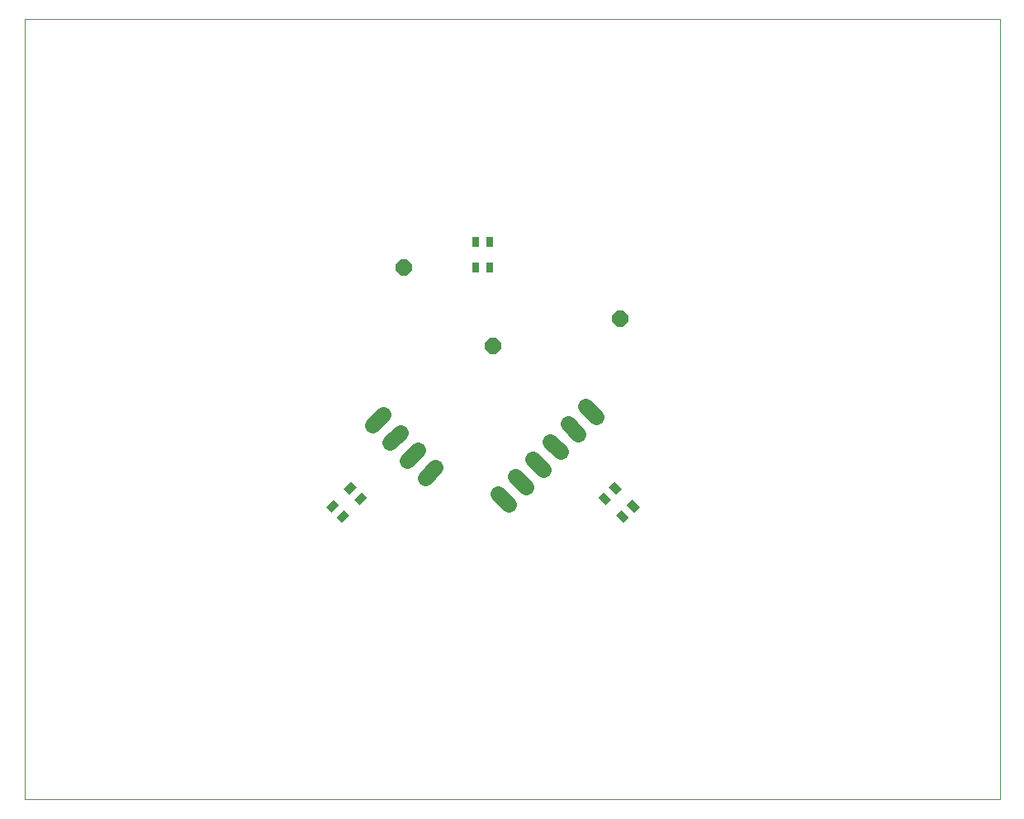
<source format=gbs>
G75*
%MOIN*%
%OFA0B0*%
%FSLAX24Y24*%
%IPPOS*%
%LPD*%
%AMOC8*
5,1,8,0,0,1.08239X$1,22.5*
%
%ADD10C,0.0000*%
%ADD11C,0.0640*%
%ADD12C,0.0128*%
%ADD13R,0.0315X0.0433*%
%ADD14OC8,0.0640*%
D10*
X000100Y000100D02*
X000100Y031596D01*
X039470Y031596D01*
X039470Y000100D01*
X000100Y000100D01*
D11*
X016269Y013087D02*
X016693Y013511D01*
X015986Y014219D02*
X015561Y013794D01*
X014854Y014501D02*
X015279Y014926D01*
X014571Y015633D02*
X014147Y015209D01*
X019210Y012434D02*
X019634Y012010D01*
X020341Y012717D02*
X019917Y013141D01*
X020624Y013849D02*
X021049Y013424D01*
X021756Y014131D02*
X021331Y014556D01*
X022039Y015263D02*
X022463Y014839D01*
X023170Y015546D02*
X022746Y015970D01*
D12*
X018829Y018368D02*
X018765Y018304D01*
X018765Y018516D01*
X018914Y018665D01*
X019126Y018665D01*
X019275Y018516D01*
X019275Y018304D01*
X019126Y018155D01*
X018914Y018155D01*
X018765Y018304D01*
X018861Y018344D01*
X018861Y018476D01*
X018954Y018569D01*
X019086Y018569D01*
X019179Y018476D01*
X019179Y018344D01*
X019086Y018251D01*
X018954Y018251D01*
X018861Y018344D01*
X018957Y018384D01*
X018957Y018436D01*
X018994Y018473D01*
X019046Y018473D01*
X019083Y018436D01*
X019083Y018384D01*
X019046Y018347D01*
X018994Y018347D01*
X018957Y018384D01*
D13*
X018895Y021588D03*
X018305Y021588D03*
X018305Y022612D03*
X018895Y022612D03*
G36*
X023684Y012712D02*
X023906Y012934D01*
X024210Y012630D01*
X023988Y012408D01*
X023684Y012712D01*
G37*
G36*
X023266Y012294D02*
X023488Y012516D01*
X023792Y012212D01*
X023570Y011990D01*
X023266Y012294D01*
G37*
G36*
X023990Y011570D02*
X024212Y011792D01*
X024516Y011488D01*
X024294Y011266D01*
X023990Y011570D01*
G37*
G36*
X024408Y011988D02*
X024630Y012210D01*
X024934Y011906D01*
X024712Y011684D01*
X024408Y011988D01*
G37*
G36*
X013712Y012516D02*
X013934Y012294D01*
X013630Y011990D01*
X013408Y012212D01*
X013712Y012516D01*
G37*
G36*
X013294Y012934D02*
X013516Y012712D01*
X013212Y012408D01*
X012990Y012630D01*
X013294Y012934D01*
G37*
G36*
X012570Y012210D02*
X012792Y011988D01*
X012488Y011684D01*
X012266Y011906D01*
X012570Y012210D01*
G37*
G36*
X012988Y011792D02*
X013210Y011570D01*
X012906Y011266D01*
X012684Y011488D01*
X012988Y011792D01*
G37*
D14*
X024140Y019520D03*
X015420Y021570D03*
M02*

</source>
